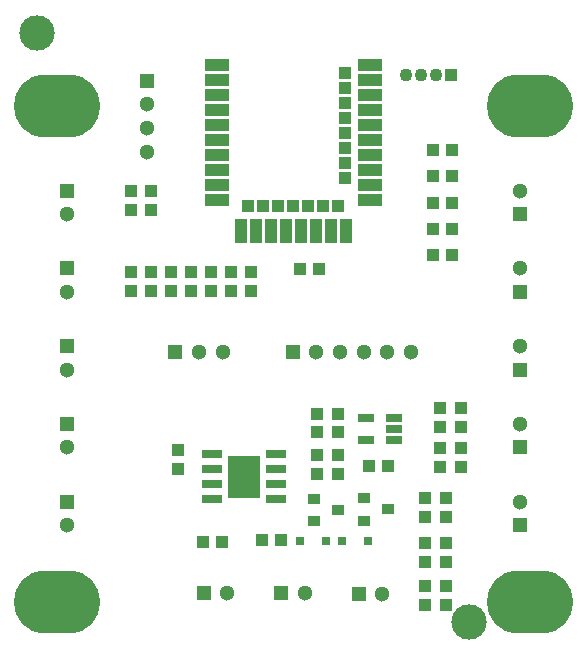
<source format=gts>
G04*
G04 #@! TF.GenerationSoftware,Altium Limited,Altium Designer,21.8.1 (53)*
G04*
G04 Layer_Color=8388736*
%FSLAX44Y44*%
%MOMM*%
G71*
G04*
G04 #@! TF.SameCoordinates,E292F7DC-635B-41A5-9E53-70443CF81A2D*
G04*
G04*
G04 #@! TF.FilePolarity,Negative*
G04*
G01*
G75*
%ADD15R,1.1000X1.1000*%
%ADD16R,1.1000X1.1000*%
%ADD17R,1.7000X0.7100*%
%ADD18R,2.7200X3.6100*%
%ADD19R,0.7000X0.7000*%
%ADD20R,1.1000X0.9000*%
%ADD21R,1.0000X1.0000*%
%ADD22R,2.1000X1.1000*%
%ADD23R,1.1000X2.1000*%
%ADD24R,1.4000X0.8000*%
%ADD25R,1.3000X1.3000*%
%ADD26C,1.3000*%
%ADD27C,3.0000*%
%ADD28R,1.3000X1.3000*%
%ADD29O,7.3000X5.3000*%
%ADD30C,1.1000*%
D15*
X62250Y-88750D02*
D03*
Y-72750D02*
D03*
X79250Y-88750D02*
D03*
Y-72750D02*
D03*
X130250Y-157250D02*
D03*
Y-141250D02*
D03*
X329250Y-332500D02*
D03*
Y-348500D02*
D03*
X102250Y-308000D02*
D03*
Y-292000D02*
D03*
X311250Y-422500D02*
D03*
Y-406500D02*
D03*
X329250Y-370500D02*
D03*
Y-386500D02*
D03*
Y-422500D02*
D03*
Y-406500D02*
D03*
X311250Y-370500D02*
D03*
Y-386500D02*
D03*
X220000Y-312000D02*
D03*
Y-296000D02*
D03*
X62250Y-141250D02*
D03*
Y-157250D02*
D03*
X79250Y-141250D02*
D03*
Y-157250D02*
D03*
X96250Y-141250D02*
D03*
Y-157250D02*
D03*
X113250Y-141250D02*
D03*
Y-157250D02*
D03*
X324000Y-289750D02*
D03*
Y-305750D02*
D03*
Y-256000D02*
D03*
Y-272000D02*
D03*
X164250Y-157250D02*
D03*
Y-141250D02*
D03*
X147250Y-157250D02*
D03*
Y-141250D02*
D03*
X341750Y-289750D02*
D03*
Y-305750D02*
D03*
Y-256000D02*
D03*
Y-272000D02*
D03*
X238250Y-296000D02*
D03*
Y-312000D02*
D03*
X311250Y-332500D02*
D03*
Y-348500D02*
D03*
X220000Y-260750D02*
D03*
Y-276750D02*
D03*
X238000Y-260750D02*
D03*
Y-276750D02*
D03*
X333700Y26250D02*
D03*
D16*
X318500Y-126250D02*
D03*
X334500D02*
D03*
X173750Y-368250D02*
D03*
X189750D02*
D03*
X139750Y-369250D02*
D03*
X123750D02*
D03*
X318500Y-38000D02*
D03*
X334500D02*
D03*
X318500Y-60062D02*
D03*
X334500D02*
D03*
X318500Y-82125D02*
D03*
X334500D02*
D03*
X318500Y-104187D02*
D03*
X334500D02*
D03*
X222000Y-138000D02*
D03*
X206000D02*
D03*
X264250Y-305500D02*
D03*
X280250D02*
D03*
D17*
X131000Y-295200D02*
D03*
Y-307900D02*
D03*
Y-320600D02*
D03*
Y-333300D02*
D03*
X185000Y-295200D02*
D03*
Y-307900D02*
D03*
Y-320600D02*
D03*
Y-333300D02*
D03*
D18*
X158000Y-314250D02*
D03*
D19*
X228000Y-368750D02*
D03*
X206000D02*
D03*
X241000D02*
D03*
X263000D02*
D03*
D20*
X217750Y-332750D02*
D03*
Y-351750D02*
D03*
X237750Y-342250D02*
D03*
X260000Y-332500D02*
D03*
Y-351500D02*
D03*
X280000Y-342000D02*
D03*
D21*
X244000Y27950D02*
D03*
Y15250D02*
D03*
Y2550D02*
D03*
Y-10150D02*
D03*
Y-22850D02*
D03*
Y-35550D02*
D03*
Y-48250D02*
D03*
Y-60950D02*
D03*
X238100Y-85000D02*
D03*
X225400D02*
D03*
X212700D02*
D03*
X200000D02*
D03*
X187300D02*
D03*
X174600D02*
D03*
X161900D02*
D03*
D22*
X265000Y34300D02*
D03*
Y21600D02*
D03*
Y8900D02*
D03*
Y-3800D02*
D03*
Y-16500D02*
D03*
Y-29200D02*
D03*
Y-41900D02*
D03*
Y-54600D02*
D03*
Y-67300D02*
D03*
Y-80000D02*
D03*
X135000Y34300D02*
D03*
Y21600D02*
D03*
Y8900D02*
D03*
Y-3800D02*
D03*
Y-16500D02*
D03*
Y-29200D02*
D03*
Y-41900D02*
D03*
Y-54600D02*
D03*
Y-67300D02*
D03*
Y-80000D02*
D03*
D23*
X244500Y-106000D02*
D03*
X231800D02*
D03*
X219100D02*
D03*
X206400D02*
D03*
X193700D02*
D03*
X181000D02*
D03*
X168300D02*
D03*
X155600D02*
D03*
D24*
X285500Y-283250D02*
D03*
Y-273750D02*
D03*
Y-264250D02*
D03*
X261500D02*
D03*
Y-283250D02*
D03*
D25*
X8000Y-72000D02*
D03*
X76000Y21000D02*
D03*
X392000Y-92000D02*
D03*
Y-157812D02*
D03*
X8000Y-137812D02*
D03*
X392000Y-223625D02*
D03*
X8000Y-203625D02*
D03*
X392000Y-289437D02*
D03*
X8000Y-269437D02*
D03*
X392000Y-355250D02*
D03*
X8000Y-335250D02*
D03*
D26*
Y-92000D02*
D03*
X76000Y-19000D02*
D03*
Y1000D02*
D03*
Y-39000D02*
D03*
X275500Y-413250D02*
D03*
X210000Y-413000D02*
D03*
X144000D02*
D03*
X299500Y-208750D02*
D03*
X279500D02*
D03*
X259500D02*
D03*
X219500D02*
D03*
X239500D02*
D03*
X140250Y-208500D02*
D03*
X120250D02*
D03*
X392000Y-72000D02*
D03*
Y-137812D02*
D03*
X8000Y-157812D02*
D03*
X392000Y-203625D02*
D03*
X8000Y-223625D02*
D03*
X392000Y-269437D02*
D03*
X8000Y-289437D02*
D03*
X392000Y-335250D02*
D03*
X8000Y-355250D02*
D03*
D27*
X349000Y-437000D02*
D03*
X-17000Y61000D02*
D03*
D28*
X255500Y-413250D02*
D03*
X190000Y-413000D02*
D03*
X124000D02*
D03*
X199500Y-208750D02*
D03*
X100250Y-208500D02*
D03*
D29*
X0Y-420000D02*
D03*
X400000D02*
D03*
Y0D02*
D03*
X0D02*
D03*
D30*
X321000Y26250D02*
D03*
X295600D02*
D03*
X308300D02*
D03*
M02*

</source>
